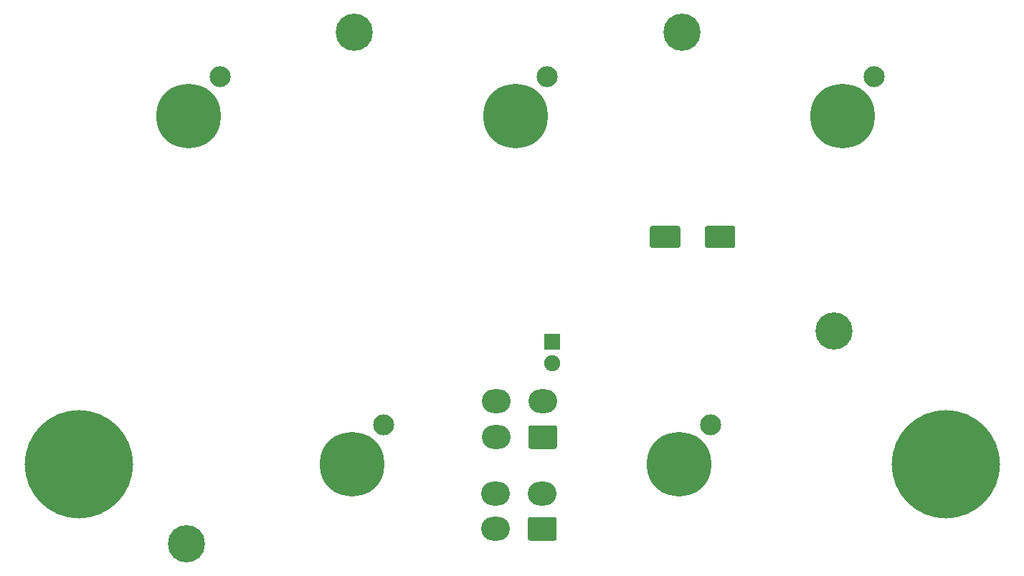
<source format=gbr>
G04 #@! TF.GenerationSoftware,KiCad,Pcbnew,(5.1.6)-1*
G04 #@! TF.CreationDate,2021-02-10T22:50:21+11:00*
G04 #@! TF.ProjectId,INTR LT Panel PCB V2,494e5452-204c-4542-9050-616e656c2050,rev?*
G04 #@! TF.SameCoordinates,Original*
G04 #@! TF.FileFunction,Soldermask,Bot*
G04 #@! TF.FilePolarity,Negative*
%FSLAX46Y46*%
G04 Gerber Fmt 4.6, Leading zero omitted, Abs format (unit mm)*
G04 Created by KiCad (PCBNEW (5.1.6)-1) date 2021-02-10 22:50:21*
%MOMM*%
%LPD*%
G01*
G04 APERTURE LIST*
%ADD10C,7.640752*%
%ADD11C,2.481250*%
%ADD12C,4.400000*%
%ADD13C,12.800000*%
%ADD14O,3.400000X2.800000*%
%ADD15C,1.900000*%
%ADD16R,1.900000X1.900000*%
G04 APERTURE END LIST*
D10*
G04 #@! TO.C,9*
X150672800Y-66802000D03*
D11*
X154448722Y-62139124D03*
D10*
X150672800Y-66802000D03*
G04 #@! TD*
G04 #@! TO.C,8*
X112064800Y-66802000D03*
D11*
X115840722Y-62139124D03*
D10*
X112064800Y-66802000D03*
G04 #@! TD*
G04 #@! TO.C,7*
X73456800Y-66802000D03*
D11*
X77232722Y-62139124D03*
D10*
X73456800Y-66802000D03*
G04 #@! TD*
D12*
G04 #@! TO.C,7*
X131749800Y-56896000D03*
G04 #@! TD*
G04 #@! TO.C,7*
X93014800Y-56896000D03*
G04 #@! TD*
G04 #@! TO.C,6*
X149656800Y-92202000D03*
G04 #@! TD*
G04 #@! TO.C,5*
X73202800Y-117348000D03*
G04 #@! TD*
D13*
G04 #@! TO.C,REF\u002A\u002A*
X162864800Y-107950000D03*
X162864800Y-107950000D03*
G04 #@! TD*
D10*
G04 #@! TO.C,3*
X131368800Y-107950000D03*
D11*
X135144722Y-103287124D03*
D10*
X131368800Y-107950000D03*
G04 #@! TD*
G04 #@! TO.C,2*
X92760800Y-107950000D03*
D11*
X96536722Y-103287124D03*
D10*
X92760800Y-107950000D03*
G04 #@! TD*
D13*
G04 #@! TO.C,1*
X60502800Y-107950000D03*
G04 #@! TD*
D14*
G04 #@! TO.C,J2*
X109750000Y-111400000D03*
X109750000Y-115600000D03*
X115250000Y-111400000D03*
G36*
G01*
X116690740Y-117000000D02*
X113809260Y-117000000D01*
G75*
G02*
X113550000Y-116740740I0J259260D01*
G01*
X113550000Y-114459260D01*
G75*
G02*
X113809260Y-114200000I259260J0D01*
G01*
X116690740Y-114200000D01*
G75*
G02*
X116950000Y-114459260I0J-259260D01*
G01*
X116950000Y-116740740D01*
G75*
G02*
X116690740Y-117000000I-259260J0D01*
G01*
G37*
G04 #@! TD*
G04 #@! TO.C,J1*
X109800000Y-100550000D03*
X109800000Y-104750000D03*
X115300000Y-100550000D03*
G36*
G01*
X116740740Y-106150000D02*
X113859260Y-106150000D01*
G75*
G02*
X113600000Y-105890740I0J259260D01*
G01*
X113600000Y-103609260D01*
G75*
G02*
X113859260Y-103350000I259260J0D01*
G01*
X116740740Y-103350000D01*
G75*
G02*
X117000000Y-103609260I0J-259260D01*
G01*
X117000000Y-105890740D01*
G75*
G02*
X116740740Y-106150000I-259260J0D01*
G01*
G37*
G04 #@! TD*
D15*
G04 #@! TO.C,D1*
X116434000Y-96037400D03*
D16*
X116434000Y-93497400D03*
G04 #@! TD*
G04 #@! TO.C,C1*
G36*
G01*
X131546000Y-80062200D02*
X131546000Y-82142200D01*
G75*
G02*
X131286000Y-82402200I-260000J0D01*
G01*
X128206000Y-82402200D01*
G75*
G02*
X127946000Y-82142200I0J260000D01*
G01*
X127946000Y-80062200D01*
G75*
G02*
X128206000Y-79802200I260000J0D01*
G01*
X131286000Y-79802200D01*
G75*
G02*
X131546000Y-80062200I0J-260000D01*
G01*
G37*
G36*
G01*
X138046000Y-80062200D02*
X138046000Y-82142200D01*
G75*
G02*
X137786000Y-82402200I-260000J0D01*
G01*
X134706000Y-82402200D01*
G75*
G02*
X134446000Y-82142200I0J260000D01*
G01*
X134446000Y-80062200D01*
G75*
G02*
X134706000Y-79802200I260000J0D01*
G01*
X137786000Y-79802200D01*
G75*
G02*
X138046000Y-80062200I0J-260000D01*
G01*
G37*
G04 #@! TD*
M02*

</source>
